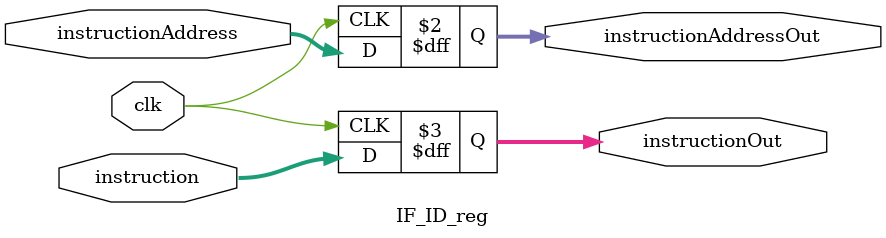
<source format=v>

module IF_ID_reg(
    input clk,
    input [31:0] instructionAddress,
    input [31:0] instruction,
    output reg [31:0] instructionAddressOut,
    output reg [31:0] instructionOut
);

always @(posedge clk) 
begin
    instructionAddressOut = instructionAddress;
    instructionOut = instruction;
end

endmodule
</source>
